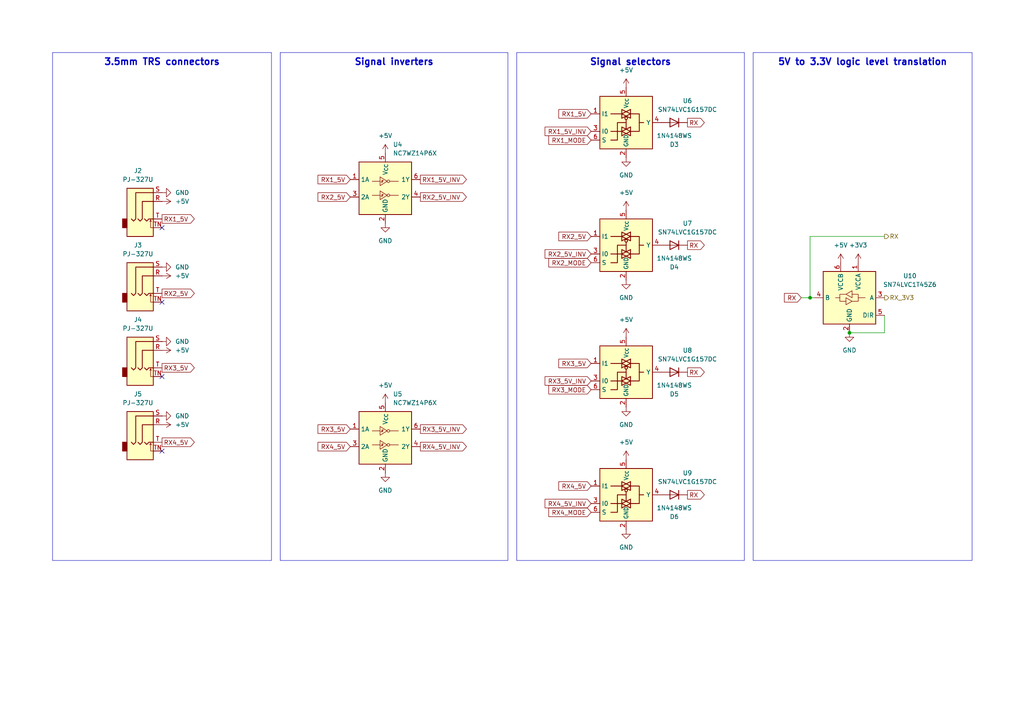
<source format=kicad_sch>
(kicad_sch (version 20231120) (generator "eeschema") (generator_version "8.0")
  (paper "A4")
  (lib_symbols
    (symbol "Diode:1N4148WS" (pin_numbers hide) (pin_names hide)
      (property "Reference" "D" (at 0 2.54 0))
      (property "Value" "1N4148WS" (at 0 -2.54 0))
      (symbol "1N4148WS_0_1"
        (polyline (pts (xy -1.27 1.27) (xy -1.27 -1.27)) (stroke (width 0.254)))
        (polyline (pts (xy 1.27 0) (xy -1.27 0)))
        (polyline (pts (xy 1.27 1.27) (xy 1.27 -1.27) (xy -1.27 0) (xy 1.27 1.27)) (stroke (width 0.254)))
      )
      (symbol "1N4148WS_1_1"
        (pin passive line (at -3.81 0 0) (length 2.54) (name "K") (number "1"))
        (pin passive line (at 3.81 0 180) (length 2.54) (name "A") (number "2"))
      )
    )
    (symbol "connector:AudioJack3_SwitchT_PJ-327U"
      (property "Reference" "J" (at 0 8.89 0))
      (property "Value" "PJ-327U" (at 0 6.35 0))
      (symbol "AudioJack3_SwitchT_PJ-327U_0_1"
        (rectangle (start -5.08 -5.08) (end -6.35 -7.62) (stroke (width 0.254)) (fill (type outline)))
        (polyline (pts (xy 1.778 -5.334) (xy 2.032 -5.842)))
        (polyline (pts (xy 0 -5.08) (xy 0.635 -5.715) (xy 1.27 -5.08) (xy 2.54 -5.08)) (stroke (width 0.254)))
        (polyline (pts (xy 2.54 -7.62) (xy 1.778 -7.62) (xy 1.778 -5.334) (xy 1.524 -5.842)))
        (polyline (pts (xy -1.905 -5.08) (xy -1.27 -5.715) (xy -0.635 -5.08) (xy -0.635 0) (xy 2.54 0)) (stroke (width 0.254)))
        (polyline (pts (xy 2.54 2.54) (xy -2.54 2.54) (xy -2.54 -5.08) (xy -3.175 -5.715) (xy -3.81 -5.08)) (stroke (width 0.254)))
        (rectangle (start 2.54 3.81) (end -5.08 -10.16) (stroke (width 0.254)) (fill (type background)))
      )
      (symbol "AudioJack3_SwitchT_PJ-327U_1_1"
        (pin passive line (at 5.08 0 180) (length 2.54) (name "~") (number "R"))
        (pin passive line (at 5.08 2.54 180) (length 2.54) (name "~") (number "S"))
        (pin passive line (at 5.08 -5.08 180) (length 2.54) (name "~") (number "T"))
        (pin passive line (at 5.08 -7.62 180) (length 2.54) (name "~") (number "TN"))
      )
    )
    (symbol "ic:NC7WZ14P6X"
      (property "Reference" "U" (at 2.54 12.7 0))
      (property "Value" "NC7WZ14P6X" (at 2.54 10.16 0))
      (symbol "NC7WZ14P6X_1_1"
        (rectangle (start -7.62 7.62) (end 7.62 -7.62) (stroke (width 0.254)) (fill (type background)))
        (polyline (pts (xy -1.524 -2.032) (xy -3.81 -2.032)))
        (polyline (pts (xy -1.524 2.032) (xy -3.81 2.032)))
        (polyline (pts (xy -0.762 -1.778) (xy -0.508 -1.778)))
        (polyline (pts (xy -0.762 2.286) (xy -0.508 2.286)))
        (polyline (pts (xy 1.27 -2.032) (xy 3.81 -2.032)))
        (polyline (pts (xy 1.27 2.032) (xy 3.81 2.032)))
        (polyline (pts (xy -1.524 -0.762) (xy 0.508 -2.032) (xy -1.524 -3.302) (xy -1.524 -0.762)))
        (polyline (pts (xy -1.524 3.302) (xy 0.508 2.032) (xy -1.524 0.762) (xy -1.524 3.302)))
        (polyline (pts (xy -1.016 -2.286) (xy -1.016 -1.778) (xy -0.762 -1.778) (xy -0.762 -2.286) (xy -1.27 -2.286)))
        (polyline (pts (xy -1.016 1.778) (xy -1.016 2.286) (xy -0.762 2.286) (xy -0.762 1.778) (xy -1.27 1.778)))
        (circle (center 0.889 -2.032) (radius 0.381))
        (circle (center 0.889 2.032) (radius 0.381))
        (pin input line (at -10.16 2.54 0) (length 2.54) (name "1A") (number "1"))
        (pin power_in line (at 0 -10.16 90) (length 2.54) (name "GND") (number "2"))
        (pin input line (at -10.16 -2.54 0) (length 2.54) (name "2A") (number "3"))
        (pin output line (at 10.16 -2.54 180) (length 2.54) (name "2Y") (number "4"))
        (pin power_in line (at 0 10.16 270) (length 2.54) (name "V_{CC}") (number "5"))
        (pin output line (at 10.16 2.54 180) (length 2.54) (name "1Y") (number "6"))
      )
    )
    (symbol "ic:SN74LVC1G157DC"
      (property "Reference" "U" (at 3.175 12.7 0))
      (property "Value" "SN74LVC1G157DC" (at 2.54 10.16 0))
      (symbol "SN74LVC1G157DC_1_1"
        (rectangle (start -7.62 7.62) (end 7.62 -7.62) (stroke (width 0.254)) (fill (type background)))
        (polyline (pts (xy -4.445 -2.54) (xy -1.27 -2.54)) (stroke (width 0.254)) (fill (type background)))
        (polyline (pts (xy -4.445 2.54) (xy -1.27 2.54)) (stroke (width 0.254)) (fill (type background)))
        (polyline (pts (xy 0 -1.905) (xy 0 0.762)) (stroke (width 0.254)))
        (polyline (pts (xy 5.08 0) (xy 3.81 0)) (stroke (width 0.254)) (fill (type background)))
        (polyline (pts (xy -1.27 -3.81) (xy 0 -3.175) (xy -1.27 -2.54) (xy -1.27 -3.81)) (stroke (width 0.254)))
        (polyline (pts (xy -1.27 -2.54) (xy 0 -1.905) (xy -1.27 -1.27) (xy -1.27 -2.54)) (stroke (width 0.254)))
        (polyline (pts (xy -1.27 1.27) (xy 0 1.905) (xy -1.27 2.54) (xy -1.27 1.27)) (stroke (width 0.254)))
        (polyline (pts (xy -1.27 2.54) (xy 0 3.175) (xy -1.27 3.81) (xy -1.27 2.54)) (stroke (width 0.254)))
        (polyline (pts (xy 0 0) (xy -2.54 0) (xy -2.54 -5.08) (xy -4.445 -5.08)) (stroke (width 0.254)))
        (polyline (pts (xy 1.27 -2.54) (xy 0 -3.175) (xy 1.27 -3.81) (xy 1.27 -2.54)) (stroke (width 0.254)))
        (polyline (pts (xy 1.27 -1.27) (xy 0 -1.905) (xy 1.27 -2.54) (xy 1.27 -1.27)) (stroke (width 0.254)))
        (polyline (pts (xy 1.27 2.54) (xy 0 1.905) (xy 1.27 1.27) (xy 1.27 2.54)) (stroke (width 0.254)))
        (polyline (pts (xy 1.27 3.81) (xy 0 3.175) (xy 1.27 2.54) (xy 1.27 3.81)) (stroke (width 0.254)))
        (polyline (pts (xy 1.27 2.54) (xy 3.81 2.54) (xy 3.81 0) (xy 3.81 -2.54) (xy 1.27 -2.54)) (stroke (width 0.254)))
        (circle (center 0 1.27) (radius 0.381) (stroke (width 0.254)))
        (pin input line (at -10.16 2.54 0) (length 2.54) (name "I1") (number "1"))
        (pin power_in line (at 0 -10.16 90) (length 2.54) (name "GND") (number "2"))
        (pin input line (at -10.16 -2.54 0) (length 2.54) (name "I0") (number "3"))
        (pin output line (at 10.16 0 180) (length 2.54) (name "Y") (number "4"))
        (pin power_in line (at 0 10.16 270) (length 2.54) (name "V_{CC}") (number "5"))
        (pin input line (at -10.16 -5.08 0) (length 2.54) (name "S") (number "6"))
      )
    )
    (symbol "ic:SN74LVC1T45Z6"
      (property "Reference" "U" (at -6.35 8.89 0))
      (property "Value" "SN74LVC1T45Z6" (at 3.81 8.89 0))
      (symbol "SN74LVC1T45Z6_0_1"
        (rectangle (start -7.62 7.62) (end 7.62 -7.62) (stroke (width 0.254)) (fill (type background)))
        (polyline (pts (xy -2.54 0) (xy -2.54 1.016) (xy -0.762 1.016)))
        (polyline (pts (xy 2.794 0) (xy 2.794 -1.016) (xy 1.016 -1.016)))
        (polyline (pts (xy -0.762 -1.016) (xy -2.54 -1.016) (xy -2.54 0) (xy -4.572 0)))
        (polyline (pts (xy -0.762 0) (xy -0.762 2.032) (xy 1.016 1.016) (xy -0.762 0)))
        (polyline (pts (xy 1.016 1.016) (xy 2.794 1.016) (xy 2.794 0) (xy 4.064 0)))
        (polyline (pts (xy 1.016 0) (xy 1.016 -1.778) (xy 1.016 -2.032) (xy -0.762 -1.016) (xy 1.016 0)))
      )
      (symbol "SN74LVC1T45Z6_1_1"
        (pin power_in line (at -2.54 10.16 270) (length 2.54) (name "VCCA") (number "1"))
        (pin power_in line (at 0 -10.16 90) (length 2.54) (name "GND") (number "2"))
        (pin bidirectional line (at -10.16 0 0) (length 2.54) (name "A") (number "3"))
        (pin bidirectional line (at 10.16 0 180) (length 2.54) (name "B") (number "4"))
        (pin input line (at -10.16 -5.08 0) (length 2.54) (name "DIR") (number "5"))
        (pin power_in line (at 2.54 10.16 270) (length 2.54) (name "VCCB") (number "6"))
      )
    )
    (symbol "power:+3V3" (power) (pin_numbers hide) (pin_names (offset 0) hide)
      (property "Value" "+3V3" (at 0 3.556 0))
      (symbol "+3V3_0_1"
        (polyline (pts (xy -0.762 1.27) (xy 0 2.54)))
        (polyline (pts (xy 0 0) (xy 0 2.54)))
        (polyline (pts (xy 0 2.54) (xy 0.762 1.27)))
      )
      (symbol "+3V3_1_1"
        (pin power_in line (at 0 0 90) (length 0) (name "~") (number "1"))
      )
    )
    (symbol "power:+5V" (power) (pin_numbers hide) (pin_names (offset 0) hide)
      (property "Value" "+5V" (at 0 3.556 0))
      (symbol "+5V_0_1"
        (polyline (pts (xy -0.762 1.27) (xy 0 2.54)))
        (polyline (pts (xy 0 0) (xy 0 2.54)))
        (polyline (pts (xy 0 2.54) (xy 0.762 1.27)))
      )
      (symbol "+5V_1_1"
        (pin power_in line (at 0 0 90) (length 0) (name "~") (number "1"))
      )
    )
    (symbol "power:GND" (power) (pin_numbers hide) (pin_names (offset 0) hide)
      (property "Value" "GND" (at 0 -3.81 0))
      (symbol "GND_0_1"
        (polyline (pts (xy 0 0) (xy 0 -1.27) (xy 1.27 -1.27) (xy 0 -2.54) (xy -1.27 -1.27) (xy 0 -1.27)))
      )
      (symbol "GND_1_1"
        (pin power_in line (at 0 0 270) (length 0) (name "~") (number "1"))
      )
    )
    (symbol "power:VCC" (power) (pin_numbers hide) (pin_names (offset 0) hide)
      (property "Value" "VCC" (at 0 3.556 0))
      (symbol "VCC_0_1"
        (polyline (pts (xy -0.762 1.27) (xy 0 2.54)))
        (polyline (pts (xy 0 0) (xy 0 2.54)))
        (polyline (pts (xy 0 2.54) (xy 0.762 1.27)))
      )
      (symbol "VCC_1_1"
        (pin power_in line (at 0 0 90) (length 0) (name "~") (number "1"))
      )
    )
  )
  (junction (at 246.38 96.52))
  (junction (at 234.95 86.36))
  (no_connect (at 46.99 66.04))
  (no_connect (at 46.99 130.81))
  (no_connect (at 46.99 109.22))
  (no_connect (at 46.99 87.63))
  (wire (pts (xy 256.54 91.44) (xy 256.54 96.52)))
  (wire (pts (xy 232.41 86.36) (xy 234.95 86.36)))
  (wire (pts (xy 234.95 68.58) (xy 256.54 68.58)))
  (wire (pts (xy 256.54 96.52) (xy 246.38 96.52)))
  (wire (pts (xy 234.95 86.36) (xy 236.22 86.36)))
  (wire (pts (xy 234.95 86.36) (xy 234.95 68.58)))
  (text_box "Signal inverters" (at 81.28 15.24 0) (size 66.04 147.32) (stroke (width 0.127)) (effects (font (size 1.905 1.905) (thickness 0.381) (bold yes)) (justify top)))
  (text_box "3.5mm TRS connectors" (at 15.24 15.24 0) (size 63.5 147.32) (stroke (width 0.127)) (effects (font (size 1.905 1.905) (thickness 0.381) (bold yes)) (justify top)))
  (text_box "5V to 3.3V logic level translation" (at 218.44 15.24 0) (size 63.5 147.32) (stroke (width 0.127)) (effects (font (size 1.905 1.905) (thickness 0.381) (bold yes)) (justify top)))
  (text_box "Signal selectors" (at 149.86 15.24 0) (size 66.04 147.32) (stroke (width 0.127)) (effects (font (size 1.905 1.905) (thickness 0.381) (bold yes)) (justify top)))
  (global_label "RX" (shape output) (at 199.39 107.95 0) (property "Intersheetrefs" "${INTERSHEET_REFS}" (effects (hide yes))))
  (global_label "RX2_5V" (shape input) (at 171.45 68.58 180) (property "Intersheetrefs" "${INTERSHEET_REFS}" (effects (hide yes))))
  (global_label "RX4_5V" (shape input) (at 171.45 140.97 180) (property "Intersheetrefs" "${INTERSHEET_REFS}" (effects (hide yes))))
  (global_label "RX1_5V" (shape output) (at 46.99 63.5 0) (property "Intersheetrefs" "${INTERSHEET_REFS}" (effects (hide yes))))
  (global_label "RX3_5V_INV" (shape input) (at 171.45 110.49 180) (property "Intersheetrefs" "${INTERSHEET_REFS}" (effects (hide yes))))
  (global_label "RX1_5V_INV" (shape input) (at 171.45 38.1 180) (property "Intersheetrefs" "${INTERSHEET_REFS}" (effects (hide yes))))
  (global_label "RX" (shape output) (at 199.39 35.56 0) (property "Intersheetrefs" "${INTERSHEET_REFS}" (effects (hide yes))))
  (global_label "RX3_5V" (shape input) (at 101.6 124.46 180) (property "Intersheetrefs" "${INTERSHEET_REFS}" (effects (hide yes))))
  (global_label "RX" (shape output) (at 199.39 71.12 0) (property "Intersheetrefs" "${INTERSHEET_REFS}" (effects (hide yes))))
  (global_label "RX3_5V" (shape output) (at 46.99 106.68 0) (property "Intersheetrefs" "${INTERSHEET_REFS}" (effects (hide yes))))
  (global_label "RX2_5V_INV" (shape output) (at 121.92 57.15 0) (property "Intersheetrefs" "${INTERSHEET_REFS}" (effects (hide yes))))
  (global_label "RX1_MODE" (shape input) (at 171.45 40.64 180) (property "Intersheetrefs" "${INTERSHEET_REFS}" (effects (hide yes))))
  (global_label "RX2_5V_INV" (shape input) (at 171.45 73.66 180) (property "Intersheetrefs" "${INTERSHEET_REFS}" (effects (hide yes))))
  (global_label "RX3_MODE" (shape input) (at 171.45 113.03 180) (property "Intersheetrefs" "${INTERSHEET_REFS}" (effects (hide yes))))
  (global_label "RX1_5V" (shape input) (at 101.6 52.07 180) (property "Intersheetrefs" "${INTERSHEET_REFS}" (effects (hide yes))))
  (global_label "RX1_5V_INV" (shape output) (at 121.92 52.07 0) (property "Intersheetrefs" "${INTERSHEET_REFS}" (effects (hide yes))))
  (global_label "RX4_5V_INV" (shape output) (at 121.92 129.54 0) (property "Intersheetrefs" "${INTERSHEET_REFS}" (effects (hide yes))))
  (global_label "RX" (shape input) (at 232.41 86.36 180) (property "Intersheetrefs" "${INTERSHEET_REFS}" (effects (hide yes))))
  (global_label "RX4_5V" (shape output) (at 46.99 128.27 0) (property "Intersheetrefs" "${INTERSHEET_REFS}" (effects (hide yes))))
  (global_label "RX4_5V_INV" (shape input) (at 171.45 146.05 180) (property "Intersheetrefs" "${INTERSHEET_REFS}" (effects (hide yes))))
  (global_label "RX3_5V_INV" (shape output) (at 121.92 124.46 0) (property "Intersheetrefs" "${INTERSHEET_REFS}" (effects (hide yes))))
  (global_label "RX" (shape output) (at 199.39 143.51 0) (property "Intersheetrefs" "${INTERSHEET_REFS}" (effects (hide yes))))
  (global_label "RX4_5V" (shape input) (at 101.6 129.54 180) (property "Intersheetrefs" "${INTERSHEET_REFS}" (effects (hide yes))))
  (global_label "RX1_5V" (shape input) (at 171.45 33.02 180) (property "Intersheetrefs" "${INTERSHEET_REFS}" (effects (hide yes))))
  (global_label "RX2_5V" (shape output) (at 46.99 85.09 0) (property "Intersheetrefs" "${INTERSHEET_REFS}" (effects (hide yes))))
  (global_label "RX2_MODE" (shape input) (at 171.45 76.2 180) (property "Intersheetrefs" "${INTERSHEET_REFS}" (effects (hide yes))))
  (global_label "RX4_MODE" (shape input) (at 171.45 148.59 180) (property "Intersheetrefs" "${INTERSHEET_REFS}" (effects (hide yes))))
  (global_label "RX2_5V" (shape input) (at 101.6 57.15 180) (property "Intersheetrefs" "${INTERSHEET_REFS}" (effects (hide yes))))
  (global_label "RX3_5V" (shape input) (at 171.45 105.41 180) (property "Intersheetrefs" "${INTERSHEET_REFS}" (effects (hide yes))))
  (hierarchical_label "RX" (shape output) (at 256.54 68.58 0))
  (hierarchical_label "RX_3V3" (shape output) (at 256.54 86.36 0))
  (symbol (lib_id "power:VCC") (at 46.99 80.01 270) (unit 1)
    (property "Reference" "#PWR038" (effects (hide yes)))
    (property "Value" "+5V" (at 50.8 80.0099 90) (effects (justify left)))
    (property "Description" "Power symbol creates a global label with name \"VCC\"" (effects (hide yes)))
  )
  (symbol (lib_id "power:VCC") (at 46.99 58.42 270) (unit 1)
    (property "Reference" "#PWR036" (effects (hide yes)))
    (property "Value" "+5V" (at 50.8 58.4199 90) (effects (justify left)))
    (property "Description" "Power symbol creates a global label with name \"VCC\"" (effects (hide yes)))
  )
  (symbol (lib_id "power:GND") (at 46.99 99.06 90) (mirror x) (unit 1)
    (property "Reference" "#PWR042" (effects (hide yes)))
    (property "Value" "GND" (at 50.8 99.0599 90) (effects (justify right)))
    (property "Description" "Power symbol creates a global label with name \"GND\" , ground" (effects (hide yes)))
  )
  (symbol (lib_id "power:GND") (at 111.76 64.77 0) (unit 1)
    (property "Reference" "#PWR047" (effects (hide yes)))
    (property "Value" "GND" (at 111.76 69.85 0))
    (property "Description" "Power symbol creates a global label with name \"GND\" , ground" (effects (hide yes)))
  )
  (symbol (lib_id "ic:SN74LVC1G157DC") (at 181.61 107.95 0) (unit 1)
    (property "Reference" "U8" (at 199.39 101.6314 0))
    (property "Value" "SN74LVC1G157DC" (at 199.39 104.1714 0))
    (property "Footprint" "package:SOT-363_SC-70-6_HandSolder" (effects (hide yes)))
    (property "Datasheet" "https://www.lcsc.com/datasheet/lcsc_datasheet_2406211532_lingxingic-SN74LVC1G157DC-LX_C22469913.pdf" (effects (hide yes)))
    (property "Description" "Single 2-input multiplexer, Low-Voltage CMOS" (effects (hide yes)))
    (property "LCSC Part" "C22469913" (effects (hide yes)))
  )
  (symbol (lib_id "ic:SN74LVC1G157DC") (at 181.61 35.56 0) (unit 1)
    (property "Reference" "U6" (at 199.39 29.2414 0))
    (property "Value" "SN74LVC1G157DC" (at 199.39 31.7814 0))
    (property "Footprint" "package:SOT-363_SC-70-6_HandSolder" (effects (hide yes)))
    (property "Datasheet" "https://www.lcsc.com/datasheet/lcsc_datasheet_2406211532_lingxingic-SN74LVC1G157DC-LX_C22469913.pdf" (effects (hide yes)))
    (property "Description" "Single 2-input multiplexer, Low-Voltage CMOS" (effects (hide yes)))
    (property "LCSC Part" "C22469913" (effects (hide yes)))
  )
  (symbol (lib_id "Diode:1N4148WS") (at 195.58 107.95 0) (mirror y) (unit 1)
    (property "Reference" "D5" (at 195.58 114.3 0))
    (property "Value" "1N4148WS" (at 195.58 111.76 0))
    (property "Footprint" "package:D_SOD-323" (effects (hide yes)))
    (property "Datasheet" "https://www.vishay.com/docs/85751/1n4148ws.pdf" (effects (hide yes)))
    (property "Description" "75V 0.15A Fast switching Diode, SOD-323" (effects (hide yes)))
    (property "Sim.Device" "D" (effects (hide yes)))
    (property "Sim.Pins" "1=K 2=A" (effects (hide yes)))
  )
  (symbol (lib_id "power:GND") (at 181.61 81.28 0) (unit 1)
    (property "Reference" "#PWR055" (effects (hide yes)))
    (property "Value" "GND" (at 181.61 86.36 0))
    (property "Description" "Power symbol creates a global label with name \"GND\" , ground" (effects (hide yes)))
  )
  (symbol (lib_id "power:GND") (at 46.99 55.88 90) (mirror x) (unit 1)
    (property "Reference" "#PWR012" (effects (hide yes)))
    (property "Value" "GND" (at 50.8 55.8799 90) (effects (justify right)))
    (property "Description" "Power symbol creates a global label with name \"GND\" , ground" (effects (hide yes)))
  )
  (symbol (lib_id "Diode:1N4148WS") (at 195.58 143.51 0) (mirror y) (unit 1)
    (property "Reference" "D6" (at 195.58 149.86 0))
    (property "Value" "1N4148WS" (at 195.58 147.32 0))
    (property "Footprint" "package:D_SOD-323" (effects (hide yes)))
    (property "Datasheet" "https://www.vishay.com/docs/85751/1n4148ws.pdf" (effects (hide yes)))
    (property "Description" "75V 0.15A Fast switching Diode, SOD-323" (effects (hide yes)))
    (property "Sim.Device" "D" (effects (hide yes)))
    (property "Sim.Pins" "1=K 2=A" (effects (hide yes)))
  )
  (symbol (lib_id "power:GND") (at 181.61 45.72 0) (unit 1)
    (property "Reference" "#PWR051" (effects (hide yes)))
    (property "Value" "GND" (at 181.61 50.8 0))
    (property "Description" "Power symbol creates a global label with name \"GND\" , ground" (effects (hide yes)))
  )
  (symbol (lib_id "connector:AudioJack3_SwitchT_PJ-327U") (at 41.91 58.42 0) (unit 1)
    (property "Reference" "J2" (at 40.005 49.53 0))
    (property "Value" "PJ-327U" (at 40.005 52.07 0))
    (property "Footprint" "connector:Jack_3.5mm_PJ-327U-SMT_Horizontal" (effects (hide yes)))
    (property "Description" "Audio Jack, 3 Poles (Stereo / TRS), Switched T Pole (Normalling)" (effects (hide yes)))
    (property "LCSC Part" "C397453" (effects (hide yes)))
  )
  (symbol (lib_id "power:VCC") (at 111.76 44.45 0) (unit 1)
    (property "Reference" "#PWR046" (effects (hide yes)))
    (property "Value" "+5V" (at 111.76 39.37 0))
    (property "Description" "Power symbol creates a global label with name \"VCC\"" (effects (hide yes)))
  )
  (symbol (lib_id "Diode:1N4148WS") (at 195.58 71.12 0) (mirror y) (unit 1)
    (property "Reference" "D4" (at 195.58 77.47 0))
    (property "Value" "1N4148WS" (at 195.58 74.93 0))
    (property "Footprint" "package:D_SOD-323" (effects (hide yes)))
    (property "Datasheet" "https://www.vishay.com/docs/85751/1n4148ws.pdf" (effects (hide yes)))
    (property "Description" "75V 0.15A Fast switching Diode, SOD-323" (effects (hide yes)))
    (property "Sim.Device" "D" (effects (hide yes)))
    (property "Sim.Pins" "1=K 2=A" (effects (hide yes)))
  )
  (symbol (lib_id "connector:AudioJack3_SwitchT_PJ-327U") (at 41.91 80.01 0) (unit 1)
    (property "Reference" "J3" (at 40.005 71.12 0))
    (property "Value" "PJ-327U" (at 40.005 73.66 0))
    (property "Footprint" "connector:Jack_3.5mm_PJ-327U-SMT_Horizontal" (effects (hide yes)))
    (property "Description" "Audio Jack, 3 Poles (Stereo / TRS), Switched T Pole (Normalling)" (effects (hide yes)))
    (property "LCSC Part" "C397453" (effects (hide yes)))
  )
  (symbol (lib_id "power:VCC") (at 46.99 101.6 270) (unit 1)
    (property "Reference" "#PWR043" (effects (hide yes)))
    (property "Value" "+5V" (at 50.8 101.5999 90) (effects (justify left)))
    (property "Description" "Power symbol creates a global label with name \"VCC\"" (effects (hide yes)))
  )
  (symbol (lib_id "power:VCC") (at 181.61 25.4 0) (unit 1)
    (property "Reference" "#PWR050" (effects (hide yes)))
    (property "Value" "+5V" (at 181.61 20.32 0))
    (property "Description" "Power symbol creates a global label with name \"VCC\"" (effects (hide yes)))
  )
  (symbol (lib_id "ic:SN74LVC1G157DC") (at 181.61 143.51 0) (unit 1)
    (property "Reference" "U9" (at 199.39 137.1914 0))
    (property "Value" "SN74LVC1G157DC" (at 199.39 139.7314 0))
    (property "Footprint" "package:SOT-363_SC-70-6_HandSolder" (effects (hide yes)))
    (property "Datasheet" "https://www.lcsc.com/datasheet/lcsc_datasheet_2406211532_lingxingic-SN74LVC1G157DC-LX_C22469913.pdf" (effects (hide yes)))
    (property "Description" "Single 2-input multiplexer, Low-Voltage CMOS" (effects (hide yes)))
    (property "LCSC Part" "C22469913" (effects (hide yes)))
  )
  (symbol (lib_id "Diode:1N4148WS") (at 195.58 35.56 0) (mirror y) (unit 1)
    (property "Reference" "D3" (at 195.58 41.91 0))
    (property "Value" "1N4148WS" (at 195.58 39.37 0))
    (property "Footprint" "package:D_SOD-323" (effects (hide yes)))
    (property "Datasheet" "https://www.vishay.com/docs/85751/1n4148ws.pdf" (effects (hide yes)))
    (property "Description" "75V 0.15A Fast switching Diode, SOD-323" (effects (hide yes)))
    (property "Sim.Device" "D" (effects (hide yes)))
    (property "Sim.Pins" "1=K 2=A" (effects (hide yes)))
  )
  (symbol (lib_id "power:GND") (at 111.76 137.16 0) (unit 1)
    (property "Reference" "#PWR049" (effects (hide yes)))
    (property "Value" "GND" (at 111.76 142.24 0))
    (property "Description" "Power symbol creates a global label with name \"GND\" , ground" (effects (hide yes)))
  )
  (symbol (lib_id "ic:SN74LVC1T45Z6") (at 246.38 86.36 0) (mirror y) (unit 1)
    (property "Reference" "U10" (at 263.906 80.01 0))
    (property "Value" "SN74LVC1T45Z6" (at 263.906 82.55 0))
    (property "Footprint" "Package_TO_SOT_SMD:SOT-563" (effects (hide yes)))
    (property "Datasheet" "https://www.diodes.com/assets/Datasheets/74LVC1T45.pdf" (effects (hide yes)))
    (property "Description" "Single-Bit Dual-Supply Bus Transceiver With Configurable Voltage Translation and 3-State Outputs, SOT-563" (effects (hide yes)))
    (property "LCSC Part" "C441819" (effects (hide yes)))
  )
  (symbol (lib_id "power:GND") (at 46.99 77.47 90) (mirror x) (unit 1)
    (property "Reference" "#PWR037" (effects (hide yes)))
    (property "Value" "GND" (at 50.8 77.4699 90) (effects (justify right)))
    (property "Description" "Power symbol creates a global label with name \"GND\" , ground" (effects (hide yes)))
  )
  (symbol (lib_id "ic:NC7WZ14P6X") (at 111.76 54.61 0) (unit 1)
    (property "Reference" "U4" (at 113.9541 41.91 0) (effects (justify left)))
    (property "Value" "NC7WZ14P6X" (at 113.9541 44.45 0) (effects (justify left)))
    (property "Footprint" "package:SOT-363_SC-70-6_HandSolder" (effects (hide yes)))
    (property "Datasheet" "https://www.onsemi.com/download/data-sheet/pdf/nc7wz14-d.pdf" (effects (hide yes)))
    (property "Description" "Dual schmitt inverter, VCC from 1.65 to 5.5 V, SOT-363-6" (effects (hide yes)))
    (property "LCSC Part" "C5207816" (effects (hide yes)))
  )
  (symbol (lib_id "power:VCC") (at 181.61 133.35 0) (unit 1)
    (property "Reference" "#PWR056" (effects (hide yes)))
    (property "Value" "+5V" (at 181.61 128.27 0))
    (property "Description" "Power symbol creates a global label with name \"VCC\"" (effects (hide yes)))
  )
  (symbol (lib_id "connector:AudioJack3_SwitchT_PJ-327U") (at 41.91 123.19 0) (unit 1)
    (property "Reference" "J5" (at 40.005 114.3 0))
    (property "Value" "PJ-327U" (at 40.005 116.84 0))
    (property "Footprint" "connector:Jack_3.5mm_PJ-327U-SMT_Horizontal" (effects (hide yes)))
    (property "Description" "Audio Jack, 3 Poles (Stereo / TRS), Switched T Pole (Normalling)" (effects (hide yes)))
    (property "LCSC Part" "C397453" (effects (hide yes)))
  )
  (symbol (lib_id "connector:AudioJack3_SwitchT_PJ-327U") (at 41.91 101.6 0) (unit 1)
    (property "Reference" "J4" (at 40.005 92.71 0))
    (property "Value" "PJ-327U" (at 40.005 95.25 0))
    (property "Footprint" "connector:Jack_3.5mm_PJ-327U-SMT_Horizontal" (effects (hide yes)))
    (property "Description" "Audio Jack, 3 Poles (Stereo / TRS), Switched T Pole (Normalling)" (effects (hide yes)))
    (property "LCSC Part" "C397453" (effects (hide yes)))
  )
  (symbol (lib_id "power:GND") (at 246.38 96.52 0) (mirror y) (unit 1)
    (property "Reference" "#PWR060" (effects (hide yes)))
    (property "Value" "GND" (at 246.38 101.6 0))
    (property "Description" "Power symbol creates a global label with name \"GND\" , ground" (effects (hide yes)))
  )
  (symbol (lib_id "power:+3V3") (at 248.92 76.2 0) (mirror y) (unit 1)
    (property "Reference" "#PWR062" (effects (hide yes)))
    (property "Value" "+3V3" (at 248.92 71.12 0))
    (property "Description" "Power symbol creates a global label with name \"+3V3\"" (effects (hide yes)))
  )
  (symbol (lib_id "power:GND") (at 181.61 153.67 0) (unit 1)
    (property "Reference" "#PWR057" (effects (hide yes)))
    (property "Value" "GND" (at 181.61 158.75 0))
    (property "Description" "Power symbol creates a global label with name \"GND\" , ground" (effects (hide yes)))
  )
  (symbol (lib_id "ic:SN74LVC1G157DC") (at 181.61 71.12 0) (unit 1)
    (property "Reference" "U7" (at 199.39 64.8014 0))
    (property "Value" "SN74LVC1G157DC" (at 199.39 67.3414 0))
    (property "Footprint" "package:SOT-363_SC-70-6_HandSolder" (effects (hide yes)))
    (property "Datasheet" "https://www.lcsc.com/datasheet/lcsc_datasheet_2406211532_lingxingic-SN74LVC1G157DC-LX_C22469913.pdf" (effects (hide yes)))
    (property "Description" "Single 2-input multiplexer, Low-Voltage CMOS" (effects (hide yes)))
    (property "LCSC Part" "C22469913" (effects (hide yes)))
  )
  (symbol (lib_id "power:VCC") (at 111.76 116.84 0) (unit 1)
    (property "Reference" "#PWR048" (effects (hide yes)))
    (property "Value" "+5V" (at 111.76 111.76 0))
    (property "Description" "Power symbol creates a global label with name \"VCC\"" (effects (hide yes)))
  )
  (symbol (lib_id "ic:NC7WZ14P6X") (at 111.76 127 0) (unit 1)
    (property "Reference" "U5" (at 113.9541 114.3 0) (effects (justify left)))
    (property "Value" "NC7WZ14P6X" (at 113.9541 116.84 0) (effects (justify left)))
    (property "Footprint" "package:SOT-363_SC-70-6_HandSolder" (effects (hide yes)))
    (property "Datasheet" "https://www.onsemi.com/download/data-sheet/pdf/nc7wz14-d.pdf" (effects (hide yes)))
    (property "Description" "Dual schmitt inverter, VCC from 1.65 to 5.5 V, SOT-363-6" (effects (hide yes)))
    (property "LCSC Part" "C5207816" (effects (hide yes)))
  )
  (symbol (lib_id "power:GND") (at 46.99 120.65 90) (mirror x) (unit 1)
    (property "Reference" "#PWR044" (effects (hide yes)))
    (property "Value" "GND" (at 50.8 120.6499 90) (effects (justify right)))
    (property "Description" "Power symbol creates a global label with name \"GND\" , ground" (effects (hide yes)))
  )
  (symbol (lib_id "power:VCC") (at 181.61 60.96 0) (unit 1)
    (property "Reference" "#PWR054" (effects (hide yes)))
    (property "Value" "+5V" (at 181.61 55.88 0))
    (property "Description" "Power symbol creates a global label with name \"VCC\"" (effects (hide yes)))
  )
  (symbol (lib_id "power:GND") (at 181.61 118.11 0) (unit 1)
    (property "Reference" "#PWR053" (effects (hide yes)))
    (property "Value" "GND" (at 181.61 123.19 0))
    (property "Description" "Power symbol creates a global label with name \"GND\" , ground" (effects (hide yes)))
  )
  (symbol (lib_id "power:VCC") (at 181.61 97.79 0) (unit 1)
    (property "Reference" "#PWR052" (effects (hide yes)))
    (property "Value" "+5V" (at 181.61 92.71 0))
    (property "Description" "Power symbol creates a global label with name \"VCC\"" (effects (hide yes)))
  )
  (symbol (lib_id "power:+5V") (at 243.84 76.2 0) (mirror y) (unit 1)
    (property "Reference" "#PWR058" (effects (hide yes)))
    (property "Value" "+5V" (at 243.84 71.12 0))
    (property "Description" "Power symbol creates a global label with name \"+5V\"" (effects (hide yes)))
  )
  (symbol (lib_id "power:VCC") (at 46.99 123.19 270) (unit 1)
    (property "Reference" "#PWR045" (effects (hide yes)))
    (property "Value" "+5V" (at 50.8 123.1899 90) (effects (justify left)))
    (property "Description" "Power symbol creates a global label with name \"VCC\"" (effects (hide yes)))
  )
)
</source>
